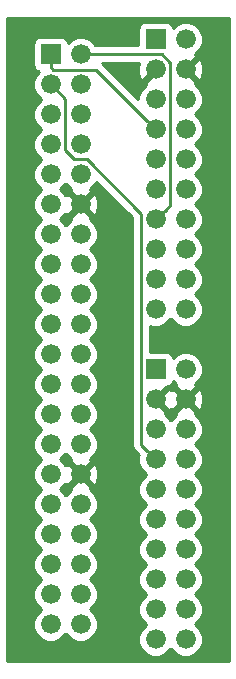
<source format=gtl>
G04 #@! TF.FileFunction,Copper,L1,Top,Signal*
%FSLAX46Y46*%
G04 Gerber Fmt 4.6, Leading zero omitted, Abs format (unit mm)*
G04 Created by KiCad (PCBNEW (2014-11-30 BZR 5308)-product) date Fr 12 Dez 2014 00:24:21 CET*
%MOMM*%
G01*
G04 APERTURE LIST*
%ADD10C,0.100000*%
%ADD11C,1.676400*%
%ADD12R,1.676400X1.676400*%
%ADD13C,0.254000*%
G04 APERTURE END LIST*
D10*
D11*
X107950000Y-128270000D03*
X110490000Y-128270000D03*
X110490000Y-125730000D03*
X107950000Y-125730000D03*
X107950000Y-123190000D03*
X110490000Y-123190000D03*
X110490000Y-120650000D03*
X107950000Y-120650000D03*
X107950000Y-118110000D03*
X110490000Y-118110000D03*
X110490000Y-115570000D03*
X107950000Y-115570000D03*
X107950000Y-113030000D03*
X110490000Y-113030000D03*
X110490000Y-110490000D03*
X107950000Y-110490000D03*
X107950000Y-107950000D03*
X110490000Y-107950000D03*
X110490000Y-105410000D03*
X107950000Y-105410000D03*
X107950000Y-102870000D03*
X110490000Y-102870000D03*
X110490000Y-100330000D03*
X107950000Y-100330000D03*
X107950000Y-97790000D03*
X110490000Y-97790000D03*
X110490000Y-95250000D03*
X107950000Y-95250000D03*
X107950000Y-92710000D03*
X110490000Y-92710000D03*
X110490000Y-90170000D03*
X107950000Y-90170000D03*
X107950000Y-87630000D03*
X110490000Y-87630000D03*
X110490000Y-85090000D03*
X107950000Y-85090000D03*
X107950000Y-82550000D03*
X110490000Y-82550000D03*
X110490000Y-80010000D03*
D12*
X107950000Y-80010000D03*
D11*
X116840000Y-101600000D03*
X119380000Y-101600000D03*
X119380000Y-99060000D03*
X116840000Y-99060000D03*
X116840000Y-96520000D03*
X119380000Y-96520000D03*
X119380000Y-93980000D03*
X116840000Y-93980000D03*
X116840000Y-91440000D03*
X119380000Y-91440000D03*
X119380000Y-88900000D03*
X116840000Y-88900000D03*
X116840000Y-86360000D03*
X119380000Y-86360000D03*
X119380000Y-83820000D03*
X116840000Y-83820000D03*
X116840000Y-81280000D03*
X119380000Y-81280000D03*
X119380000Y-78740000D03*
D12*
X116840000Y-78740000D03*
D11*
X116840000Y-129540000D03*
X119380000Y-129540000D03*
X119380000Y-127000000D03*
X116840000Y-127000000D03*
X116840000Y-124460000D03*
X119380000Y-124460000D03*
X119380000Y-121920000D03*
X116840000Y-121920000D03*
X116840000Y-119380000D03*
X119380000Y-119380000D03*
X119380000Y-116840000D03*
X116840000Y-116840000D03*
X116840000Y-114300000D03*
X119380000Y-114300000D03*
X119380000Y-111760000D03*
X116840000Y-111760000D03*
X116840000Y-109220000D03*
X119380000Y-109220000D03*
X119380000Y-106680000D03*
D12*
X116840000Y-106680000D03*
D13*
X117678199Y-93141801D02*
X116840000Y-93980000D01*
X118059201Y-92760799D02*
X117678199Y-93141801D01*
X117374418Y-80010000D02*
X118059201Y-80694783D01*
X118059201Y-80694783D02*
X118059201Y-92760799D01*
X110490000Y-80010000D02*
X117374418Y-80010000D01*
X116001801Y-85521801D02*
X116840000Y-86360000D01*
X111810799Y-81330799D02*
X116001801Y-85521801D01*
X108178599Y-81330799D02*
X111810799Y-81330799D01*
X107950000Y-81102200D02*
X108178599Y-81330799D01*
X107950000Y-80010000D02*
X107950000Y-81102200D01*
X116001801Y-113461801D02*
X116840000Y-114300000D01*
X115620799Y-113080799D02*
X116001801Y-113461801D01*
X111024418Y-88900000D02*
X115620799Y-93496381D01*
X115620799Y-93496381D02*
X115620799Y-113080799D01*
X109955582Y-88900000D02*
X111024418Y-88900000D01*
X109169201Y-83769201D02*
X109169201Y-88113619D01*
X109169201Y-88113619D02*
X109955582Y-88900000D01*
X107950000Y-82550000D02*
X109169201Y-83769201D01*
G36*
X117033747Y-81294142D02*
X116854142Y-81473747D01*
X116840000Y-81459605D01*
X115984192Y-82315413D01*
X116057870Y-82549163D01*
X116006589Y-82570353D01*
X115591810Y-82984409D01*
X115367056Y-83525677D01*
X115366808Y-83809178D01*
X112349614Y-80791984D01*
X112319705Y-80772000D01*
X115457140Y-80772000D01*
X115355023Y-81054097D01*
X115381611Y-81639569D01*
X115554510Y-82056983D01*
X115804587Y-82135808D01*
X116660395Y-81280000D01*
X116646252Y-81265857D01*
X116825857Y-81086252D01*
X116840000Y-81100395D01*
X116854142Y-81086252D01*
X117033747Y-81265857D01*
X117019605Y-81280000D01*
X117033747Y-81294142D01*
X117033747Y-81294142D01*
G37*
X117033747Y-81294142D02*
X116854142Y-81473747D01*
X116840000Y-81459605D01*
X115984192Y-82315413D01*
X116057870Y-82549163D01*
X116006589Y-82570353D01*
X115591810Y-82984409D01*
X115367056Y-83525677D01*
X115366808Y-83809178D01*
X112349614Y-80791984D01*
X112319705Y-80772000D01*
X115457140Y-80772000D01*
X115355023Y-81054097D01*
X115381611Y-81639569D01*
X115554510Y-82056983D01*
X115804587Y-82135808D01*
X116660395Y-81280000D01*
X116646252Y-81265857D01*
X116825857Y-81086252D01*
X116840000Y-81100395D01*
X116854142Y-81086252D01*
X117033747Y-81265857D01*
X117019605Y-81280000D01*
X117033747Y-81294142D01*
G36*
X123063000Y-131395000D02*
X120864977Y-131395000D01*
X120864977Y-109445903D01*
X120864977Y-81505903D01*
X120838389Y-80920431D01*
X120665490Y-80503017D01*
X120415413Y-80424192D01*
X119559605Y-81280000D01*
X120415413Y-82135808D01*
X120665490Y-82056983D01*
X120864977Y-81505903D01*
X120864977Y-109445903D01*
X120838389Y-108860431D01*
X120665490Y-108443017D01*
X120415413Y-108364192D01*
X119559605Y-109220000D01*
X120415413Y-110075808D01*
X120665490Y-109996983D01*
X120864977Y-109445903D01*
X120864977Y-131395000D01*
X120853455Y-131395000D01*
X120853455Y-129248248D01*
X120629647Y-128706589D01*
X120215591Y-128291810D01*
X120163608Y-128270224D01*
X120213411Y-128249647D01*
X120628190Y-127835591D01*
X120852944Y-127294323D01*
X120853455Y-126708248D01*
X120629647Y-126166589D01*
X120215591Y-125751810D01*
X120163608Y-125730224D01*
X120213411Y-125709647D01*
X120628190Y-125295591D01*
X120852944Y-124754323D01*
X120853455Y-124168248D01*
X120629647Y-123626589D01*
X120215591Y-123211810D01*
X120163608Y-123190224D01*
X120213411Y-123169647D01*
X120628190Y-122755591D01*
X120852944Y-122214323D01*
X120853455Y-121628248D01*
X120629647Y-121086589D01*
X120215591Y-120671810D01*
X120163608Y-120650224D01*
X120213411Y-120629647D01*
X120628190Y-120215591D01*
X120852944Y-119674323D01*
X120853455Y-119088248D01*
X120629647Y-118546589D01*
X120215591Y-118131810D01*
X120163608Y-118110224D01*
X120213411Y-118089647D01*
X120628190Y-117675591D01*
X120852944Y-117134323D01*
X120853455Y-116548248D01*
X120629647Y-116006589D01*
X120215591Y-115591810D01*
X120163608Y-115570224D01*
X120213411Y-115549647D01*
X120628190Y-115135591D01*
X120852944Y-114594323D01*
X120853455Y-114008248D01*
X120629647Y-113466589D01*
X120215591Y-113051810D01*
X120163608Y-113030224D01*
X120213411Y-113009647D01*
X120628190Y-112595591D01*
X120852944Y-112054323D01*
X120853455Y-111468248D01*
X120629647Y-110926589D01*
X120215591Y-110511810D01*
X120162004Y-110489558D01*
X120235808Y-110255413D01*
X119380000Y-109399605D01*
X119200395Y-109579210D01*
X119200395Y-109220000D01*
X118344587Y-108364192D01*
X118110000Y-108438134D01*
X117875413Y-108364192D01*
X117019605Y-109220000D01*
X117875413Y-110075808D01*
X118110000Y-110001865D01*
X118344587Y-110075808D01*
X119200395Y-109220000D01*
X119200395Y-109579210D01*
X118524192Y-110255413D01*
X118597870Y-110489163D01*
X118546589Y-110510353D01*
X118131810Y-110924409D01*
X118110224Y-110976391D01*
X118089647Y-110926589D01*
X117675591Y-110511810D01*
X117622004Y-110489558D01*
X117695808Y-110255413D01*
X116840000Y-109399605D01*
X116825857Y-109413747D01*
X116646252Y-109234142D01*
X116660395Y-109220000D01*
X116646252Y-109205857D01*
X116825857Y-109026252D01*
X116840000Y-109040395D01*
X117695808Y-108184587D01*
X117689165Y-108163512D01*
X117920323Y-108118663D01*
X118133127Y-107978873D01*
X118275577Y-107767840D01*
X118293771Y-107677114D01*
X118544409Y-107928190D01*
X118597995Y-107950441D01*
X118524192Y-108184587D01*
X119380000Y-109040395D01*
X120235808Y-108184587D01*
X120162129Y-107950836D01*
X120213411Y-107929647D01*
X120628190Y-107515591D01*
X120852944Y-106974323D01*
X120853455Y-106388248D01*
X120629647Y-105846589D01*
X120215591Y-105431810D01*
X119674323Y-105207056D01*
X119088248Y-105206545D01*
X118546589Y-105430353D01*
X118294613Y-105681888D01*
X118278663Y-105599677D01*
X118138873Y-105386873D01*
X117927840Y-105244423D01*
X117678200Y-105194360D01*
X116382799Y-105194360D01*
X116382799Y-103005311D01*
X116545677Y-103072944D01*
X117131752Y-103073455D01*
X117673411Y-102849647D01*
X118088190Y-102435591D01*
X118109775Y-102383608D01*
X118130353Y-102433411D01*
X118544409Y-102848190D01*
X119085677Y-103072944D01*
X119671752Y-103073455D01*
X120213411Y-102849647D01*
X120628190Y-102435591D01*
X120852944Y-101894323D01*
X120853455Y-101308248D01*
X120629647Y-100766589D01*
X120215591Y-100351810D01*
X120163608Y-100330224D01*
X120213411Y-100309647D01*
X120628190Y-99895591D01*
X120852944Y-99354323D01*
X120853455Y-98768248D01*
X120629647Y-98226589D01*
X120215591Y-97811810D01*
X120163608Y-97790224D01*
X120213411Y-97769647D01*
X120628190Y-97355591D01*
X120852944Y-96814323D01*
X120853455Y-96228248D01*
X120629647Y-95686589D01*
X120215591Y-95271810D01*
X120163608Y-95250224D01*
X120213411Y-95229647D01*
X120628190Y-94815591D01*
X120852944Y-94274323D01*
X120853455Y-93688248D01*
X120629647Y-93146589D01*
X120215591Y-92731810D01*
X120163608Y-92710224D01*
X120213411Y-92689647D01*
X120628190Y-92275591D01*
X120852944Y-91734323D01*
X120853455Y-91148248D01*
X120629647Y-90606589D01*
X120215591Y-90191810D01*
X120163608Y-90170224D01*
X120213411Y-90149647D01*
X120628190Y-89735591D01*
X120852944Y-89194323D01*
X120853455Y-88608248D01*
X120629647Y-88066589D01*
X120215591Y-87651810D01*
X120163608Y-87630224D01*
X120213411Y-87609647D01*
X120628190Y-87195591D01*
X120852944Y-86654323D01*
X120853455Y-86068248D01*
X120629647Y-85526589D01*
X120215591Y-85111810D01*
X120163608Y-85090224D01*
X120213411Y-85069647D01*
X120628190Y-84655591D01*
X120852944Y-84114323D01*
X120853455Y-83528248D01*
X120629647Y-82986589D01*
X120215591Y-82571810D01*
X120162004Y-82549558D01*
X120235808Y-82315413D01*
X119380000Y-81459605D01*
X119365857Y-81473747D01*
X119186252Y-81294142D01*
X119200395Y-81280000D01*
X119186252Y-81265857D01*
X119365857Y-81086252D01*
X119380000Y-81100395D01*
X120235808Y-80244587D01*
X120162129Y-80010836D01*
X120213411Y-79989647D01*
X120628190Y-79575591D01*
X120852944Y-79034323D01*
X120853455Y-78448248D01*
X120629647Y-77906589D01*
X120215591Y-77491810D01*
X119674323Y-77267056D01*
X119088248Y-77266545D01*
X118546589Y-77490353D01*
X118294613Y-77741888D01*
X118278663Y-77659677D01*
X118138873Y-77446873D01*
X117927840Y-77304423D01*
X117678200Y-77254360D01*
X116001800Y-77254360D01*
X115759677Y-77301337D01*
X115546873Y-77441127D01*
X115404423Y-77652160D01*
X115354360Y-77901800D01*
X115354360Y-79248000D01*
X111769153Y-79248000D01*
X111739647Y-79176589D01*
X111325591Y-78761810D01*
X110784323Y-78537056D01*
X110198248Y-78536545D01*
X109656589Y-78760353D01*
X109404613Y-79011888D01*
X109388663Y-78929677D01*
X109248873Y-78716873D01*
X109037840Y-78574423D01*
X108788200Y-78524360D01*
X107111800Y-78524360D01*
X106869677Y-78571337D01*
X106656873Y-78711127D01*
X106514423Y-78922160D01*
X106464360Y-79171800D01*
X106464360Y-80848200D01*
X106511337Y-81090323D01*
X106651127Y-81303127D01*
X106862160Y-81445577D01*
X106952885Y-81463771D01*
X106701810Y-81714409D01*
X106477056Y-82255677D01*
X106476545Y-82841752D01*
X106700353Y-83383411D01*
X107114409Y-83798190D01*
X107166391Y-83819775D01*
X107116589Y-83840353D01*
X106701810Y-84254409D01*
X106477056Y-84795677D01*
X106476545Y-85381752D01*
X106700353Y-85923411D01*
X107114409Y-86338190D01*
X107166391Y-86359775D01*
X107116589Y-86380353D01*
X106701810Y-86794409D01*
X106477056Y-87335677D01*
X106476545Y-87921752D01*
X106700353Y-88463411D01*
X107114409Y-88878190D01*
X107166391Y-88899775D01*
X107116589Y-88920353D01*
X106701810Y-89334409D01*
X106477056Y-89875677D01*
X106476545Y-90461752D01*
X106700353Y-91003411D01*
X107114409Y-91418190D01*
X107166391Y-91439775D01*
X107116589Y-91460353D01*
X106701810Y-91874409D01*
X106477056Y-92415677D01*
X106476545Y-93001752D01*
X106700353Y-93543411D01*
X107114409Y-93958190D01*
X107166391Y-93979775D01*
X107116589Y-94000353D01*
X106701810Y-94414409D01*
X106477056Y-94955677D01*
X106476545Y-95541752D01*
X106700353Y-96083411D01*
X107114409Y-96498190D01*
X107166391Y-96519775D01*
X107116589Y-96540353D01*
X106701810Y-96954409D01*
X106477056Y-97495677D01*
X106476545Y-98081752D01*
X106700353Y-98623411D01*
X107114409Y-99038190D01*
X107166391Y-99059775D01*
X107116589Y-99080353D01*
X106701810Y-99494409D01*
X106477056Y-100035677D01*
X106476545Y-100621752D01*
X106700353Y-101163411D01*
X107114409Y-101578190D01*
X107166391Y-101599775D01*
X107116589Y-101620353D01*
X106701810Y-102034409D01*
X106477056Y-102575677D01*
X106476545Y-103161752D01*
X106700353Y-103703411D01*
X107114409Y-104118190D01*
X107166391Y-104139775D01*
X107116589Y-104160353D01*
X106701810Y-104574409D01*
X106477056Y-105115677D01*
X106476545Y-105701752D01*
X106700353Y-106243411D01*
X107114409Y-106658190D01*
X107166391Y-106679775D01*
X107116589Y-106700353D01*
X106701810Y-107114409D01*
X106477056Y-107655677D01*
X106476545Y-108241752D01*
X106700353Y-108783411D01*
X107114409Y-109198190D01*
X107166391Y-109219775D01*
X107116589Y-109240353D01*
X106701810Y-109654409D01*
X106477056Y-110195677D01*
X106476545Y-110781752D01*
X106700353Y-111323411D01*
X107114409Y-111738190D01*
X107166391Y-111759775D01*
X107116589Y-111780353D01*
X106701810Y-112194409D01*
X106477056Y-112735677D01*
X106476545Y-113321752D01*
X106700353Y-113863411D01*
X107114409Y-114278190D01*
X107166391Y-114299775D01*
X107116589Y-114320353D01*
X106701810Y-114734409D01*
X106477056Y-115275677D01*
X106476545Y-115861752D01*
X106700353Y-116403411D01*
X107114409Y-116818190D01*
X107166391Y-116839775D01*
X107116589Y-116860353D01*
X106701810Y-117274409D01*
X106477056Y-117815677D01*
X106476545Y-118401752D01*
X106700353Y-118943411D01*
X107114409Y-119358190D01*
X107166391Y-119379775D01*
X107116589Y-119400353D01*
X106701810Y-119814409D01*
X106477056Y-120355677D01*
X106476545Y-120941752D01*
X106700353Y-121483411D01*
X107114409Y-121898190D01*
X107166391Y-121919775D01*
X107116589Y-121940353D01*
X106701810Y-122354409D01*
X106477056Y-122895677D01*
X106476545Y-123481752D01*
X106700353Y-124023411D01*
X107114409Y-124438190D01*
X107166391Y-124459775D01*
X107116589Y-124480353D01*
X106701810Y-124894409D01*
X106477056Y-125435677D01*
X106476545Y-126021752D01*
X106700353Y-126563411D01*
X107114409Y-126978190D01*
X107166391Y-126999775D01*
X107116589Y-127020353D01*
X106701810Y-127434409D01*
X106477056Y-127975677D01*
X106476545Y-128561752D01*
X106700353Y-129103411D01*
X107114409Y-129518190D01*
X107655677Y-129742944D01*
X108241752Y-129743455D01*
X108783411Y-129519647D01*
X109198190Y-129105591D01*
X109219775Y-129053608D01*
X109240353Y-129103411D01*
X109654409Y-129518190D01*
X110195677Y-129742944D01*
X110781752Y-129743455D01*
X111323411Y-129519647D01*
X111738190Y-129105591D01*
X111962944Y-128564323D01*
X111963455Y-127978248D01*
X111739647Y-127436589D01*
X111325591Y-127021810D01*
X111273608Y-127000224D01*
X111323411Y-126979647D01*
X111738190Y-126565591D01*
X111962944Y-126024323D01*
X111963455Y-125438248D01*
X111739647Y-124896589D01*
X111325591Y-124481810D01*
X111273608Y-124460224D01*
X111323411Y-124439647D01*
X111738190Y-124025591D01*
X111962944Y-123484323D01*
X111963455Y-122898248D01*
X111739647Y-122356589D01*
X111325591Y-121941810D01*
X111273608Y-121920224D01*
X111323411Y-121899647D01*
X111738190Y-121485591D01*
X111962944Y-120944323D01*
X111963455Y-120358248D01*
X111739647Y-119816589D01*
X111325591Y-119401810D01*
X111273608Y-119380224D01*
X111323411Y-119359647D01*
X111738190Y-118945591D01*
X111962944Y-118404323D01*
X111963455Y-117818248D01*
X111739647Y-117276589D01*
X111325591Y-116861810D01*
X111272004Y-116839558D01*
X111345808Y-116605413D01*
X110490000Y-115749605D01*
X109634192Y-116605413D01*
X109707870Y-116839163D01*
X109656589Y-116860353D01*
X109241810Y-117274409D01*
X109220224Y-117326391D01*
X109199647Y-117276589D01*
X108785591Y-116861810D01*
X108733608Y-116840224D01*
X108783411Y-116819647D01*
X109198190Y-116405591D01*
X109220441Y-116352004D01*
X109454587Y-116425808D01*
X110310395Y-115570000D01*
X109454587Y-114714192D01*
X109220836Y-114787870D01*
X109199647Y-114736589D01*
X108785591Y-114321810D01*
X108733608Y-114300224D01*
X108783411Y-114279647D01*
X109198190Y-113865591D01*
X109219775Y-113813608D01*
X109240353Y-113863411D01*
X109654409Y-114278190D01*
X109707995Y-114300441D01*
X109634192Y-114534587D01*
X110490000Y-115390395D01*
X111345808Y-114534587D01*
X111272129Y-114300836D01*
X111323411Y-114279647D01*
X111738190Y-113865591D01*
X111962944Y-113324323D01*
X111963455Y-112738248D01*
X111739647Y-112196589D01*
X111325591Y-111781810D01*
X111273608Y-111760224D01*
X111323411Y-111739647D01*
X111738190Y-111325591D01*
X111962944Y-110784323D01*
X111963455Y-110198248D01*
X111739647Y-109656589D01*
X111325591Y-109241810D01*
X111273608Y-109220224D01*
X111323411Y-109199647D01*
X111738190Y-108785591D01*
X111962944Y-108244323D01*
X111963455Y-107658248D01*
X111739647Y-107116589D01*
X111325591Y-106701810D01*
X111273608Y-106680224D01*
X111323411Y-106659647D01*
X111738190Y-106245591D01*
X111962944Y-105704323D01*
X111963455Y-105118248D01*
X111739647Y-104576589D01*
X111325591Y-104161810D01*
X111273608Y-104140224D01*
X111323411Y-104119647D01*
X111738190Y-103705591D01*
X111962944Y-103164323D01*
X111963455Y-102578248D01*
X111739647Y-102036589D01*
X111325591Y-101621810D01*
X111273608Y-101600224D01*
X111323411Y-101579647D01*
X111738190Y-101165591D01*
X111962944Y-100624323D01*
X111963455Y-100038248D01*
X111739647Y-99496589D01*
X111325591Y-99081810D01*
X111273608Y-99060224D01*
X111323411Y-99039647D01*
X111738190Y-98625591D01*
X111962944Y-98084323D01*
X111963455Y-97498248D01*
X111739647Y-96956589D01*
X111325591Y-96541810D01*
X111273608Y-96520224D01*
X111323411Y-96499647D01*
X111738190Y-96085591D01*
X111962944Y-95544323D01*
X111963455Y-94958248D01*
X111739647Y-94416589D01*
X111325591Y-94001810D01*
X111272004Y-93979558D01*
X111345808Y-93745413D01*
X110490000Y-92889605D01*
X109634192Y-93745413D01*
X109707870Y-93979163D01*
X109656589Y-94000353D01*
X109241810Y-94414409D01*
X109220224Y-94466391D01*
X109199647Y-94416589D01*
X108785591Y-94001810D01*
X108733608Y-93980224D01*
X108783411Y-93959647D01*
X109198190Y-93545591D01*
X109220441Y-93492004D01*
X109454587Y-93565808D01*
X110310395Y-92710000D01*
X109454587Y-91854192D01*
X109220836Y-91927870D01*
X109199647Y-91876589D01*
X108785591Y-91461810D01*
X108733608Y-91440224D01*
X108783411Y-91419647D01*
X109198190Y-91005591D01*
X109219775Y-90953608D01*
X109240353Y-91003411D01*
X109654409Y-91418190D01*
X109707995Y-91440441D01*
X109634192Y-91674587D01*
X110490000Y-92530395D01*
X111345808Y-91674587D01*
X111272129Y-91440836D01*
X111323411Y-91419647D01*
X111738190Y-91005591D01*
X111830374Y-90783586D01*
X114858799Y-93812011D01*
X114858799Y-113080799D01*
X114916803Y-113372404D01*
X115081984Y-113619614D01*
X115396686Y-113934317D01*
X115367056Y-114005677D01*
X115366545Y-114591752D01*
X115590353Y-115133411D01*
X116004409Y-115548190D01*
X116056391Y-115569775D01*
X116006589Y-115590353D01*
X115591810Y-116004409D01*
X115367056Y-116545677D01*
X115366545Y-117131752D01*
X115590353Y-117673411D01*
X116004409Y-118088190D01*
X116056391Y-118109775D01*
X116006589Y-118130353D01*
X115591810Y-118544409D01*
X115367056Y-119085677D01*
X115366545Y-119671752D01*
X115590353Y-120213411D01*
X116004409Y-120628190D01*
X116056391Y-120649775D01*
X116006589Y-120670353D01*
X115591810Y-121084409D01*
X115367056Y-121625677D01*
X115366545Y-122211752D01*
X115590353Y-122753411D01*
X116004409Y-123168190D01*
X116056391Y-123189775D01*
X116006589Y-123210353D01*
X115591810Y-123624409D01*
X115367056Y-124165677D01*
X115366545Y-124751752D01*
X115590353Y-125293411D01*
X116004409Y-125708190D01*
X116056391Y-125729775D01*
X116006589Y-125750353D01*
X115591810Y-126164409D01*
X115367056Y-126705677D01*
X115366545Y-127291752D01*
X115590353Y-127833411D01*
X116004409Y-128248190D01*
X116056391Y-128269775D01*
X116006589Y-128290353D01*
X115591810Y-128704409D01*
X115367056Y-129245677D01*
X115366545Y-129831752D01*
X115590353Y-130373411D01*
X116004409Y-130788190D01*
X116545677Y-131012944D01*
X117131752Y-131013455D01*
X117673411Y-130789647D01*
X118088190Y-130375591D01*
X118109775Y-130323608D01*
X118130353Y-130373411D01*
X118544409Y-130788190D01*
X119085677Y-131012944D01*
X119671752Y-131013455D01*
X120213411Y-130789647D01*
X120628190Y-130375591D01*
X120852944Y-129834323D01*
X120853455Y-129248248D01*
X120853455Y-131395000D01*
X111974977Y-131395000D01*
X111974977Y-115795903D01*
X111974977Y-92935903D01*
X111948389Y-92350431D01*
X111775490Y-91933017D01*
X111525413Y-91854192D01*
X110669605Y-92710000D01*
X111525413Y-93565808D01*
X111775490Y-93486983D01*
X111974977Y-92935903D01*
X111974977Y-115795903D01*
X111948389Y-115210431D01*
X111775490Y-114793017D01*
X111525413Y-114714192D01*
X110669605Y-115570000D01*
X111525413Y-116425808D01*
X111775490Y-116346983D01*
X111974977Y-115795903D01*
X111974977Y-131395000D01*
X104267000Y-131395000D01*
X104267000Y-76885000D01*
X123063000Y-76885000D01*
X123063000Y-131395000D01*
X123063000Y-131395000D01*
G37*
X123063000Y-131395000D02*
X120864977Y-131395000D01*
X120864977Y-109445903D01*
X120864977Y-81505903D01*
X120838389Y-80920431D01*
X120665490Y-80503017D01*
X120415413Y-80424192D01*
X119559605Y-81280000D01*
X120415413Y-82135808D01*
X120665490Y-82056983D01*
X120864977Y-81505903D01*
X120864977Y-109445903D01*
X120838389Y-108860431D01*
X120665490Y-108443017D01*
X120415413Y-108364192D01*
X119559605Y-109220000D01*
X120415413Y-110075808D01*
X120665490Y-109996983D01*
X120864977Y-109445903D01*
X120864977Y-131395000D01*
X120853455Y-131395000D01*
X120853455Y-129248248D01*
X120629647Y-128706589D01*
X120215591Y-128291810D01*
X120163608Y-128270224D01*
X120213411Y-128249647D01*
X120628190Y-127835591D01*
X120852944Y-127294323D01*
X120853455Y-126708248D01*
X120629647Y-126166589D01*
X120215591Y-125751810D01*
X120163608Y-125730224D01*
X120213411Y-125709647D01*
X120628190Y-125295591D01*
X120852944Y-124754323D01*
X120853455Y-124168248D01*
X120629647Y-123626589D01*
X120215591Y-123211810D01*
X120163608Y-123190224D01*
X120213411Y-123169647D01*
X120628190Y-122755591D01*
X120852944Y-122214323D01*
X120853455Y-121628248D01*
X120629647Y-121086589D01*
X120215591Y-120671810D01*
X120163608Y-120650224D01*
X120213411Y-120629647D01*
X120628190Y-120215591D01*
X120852944Y-119674323D01*
X120853455Y-119088248D01*
X120629647Y-118546589D01*
X120215591Y-118131810D01*
X120163608Y-118110224D01*
X120213411Y-118089647D01*
X120628190Y-117675591D01*
X120852944Y-117134323D01*
X120853455Y-116548248D01*
X120629647Y-116006589D01*
X120215591Y-115591810D01*
X120163608Y-115570224D01*
X120213411Y-115549647D01*
X120628190Y-115135591D01*
X120852944Y-114594323D01*
X120853455Y-114008248D01*
X120629647Y-113466589D01*
X120215591Y-113051810D01*
X120163608Y-113030224D01*
X120213411Y-113009647D01*
X120628190Y-112595591D01*
X120852944Y-112054323D01*
X120853455Y-111468248D01*
X120629647Y-110926589D01*
X120215591Y-110511810D01*
X120162004Y-110489558D01*
X120235808Y-110255413D01*
X119380000Y-109399605D01*
X119200395Y-109579210D01*
X119200395Y-109220000D01*
X118344587Y-108364192D01*
X118110000Y-108438134D01*
X117875413Y-108364192D01*
X117019605Y-109220000D01*
X117875413Y-110075808D01*
X118110000Y-110001865D01*
X118344587Y-110075808D01*
X119200395Y-109220000D01*
X119200395Y-109579210D01*
X118524192Y-110255413D01*
X118597870Y-110489163D01*
X118546589Y-110510353D01*
X118131810Y-110924409D01*
X118110224Y-110976391D01*
X118089647Y-110926589D01*
X117675591Y-110511810D01*
X117622004Y-110489558D01*
X117695808Y-110255413D01*
X116840000Y-109399605D01*
X116825857Y-109413747D01*
X116646252Y-109234142D01*
X116660395Y-109220000D01*
X116646252Y-109205857D01*
X116825857Y-109026252D01*
X116840000Y-109040395D01*
X117695808Y-108184587D01*
X117689165Y-108163512D01*
X117920323Y-108118663D01*
X118133127Y-107978873D01*
X118275577Y-107767840D01*
X118293771Y-107677114D01*
X118544409Y-107928190D01*
X118597995Y-107950441D01*
X118524192Y-108184587D01*
X119380000Y-109040395D01*
X120235808Y-108184587D01*
X120162129Y-107950836D01*
X120213411Y-107929647D01*
X120628190Y-107515591D01*
X120852944Y-106974323D01*
X120853455Y-106388248D01*
X120629647Y-105846589D01*
X120215591Y-105431810D01*
X119674323Y-105207056D01*
X119088248Y-105206545D01*
X118546589Y-105430353D01*
X118294613Y-105681888D01*
X118278663Y-105599677D01*
X118138873Y-105386873D01*
X117927840Y-105244423D01*
X117678200Y-105194360D01*
X116382799Y-105194360D01*
X116382799Y-103005311D01*
X116545677Y-103072944D01*
X117131752Y-103073455D01*
X117673411Y-102849647D01*
X118088190Y-102435591D01*
X118109775Y-102383608D01*
X118130353Y-102433411D01*
X118544409Y-102848190D01*
X119085677Y-103072944D01*
X119671752Y-103073455D01*
X120213411Y-102849647D01*
X120628190Y-102435591D01*
X120852944Y-101894323D01*
X120853455Y-101308248D01*
X120629647Y-100766589D01*
X120215591Y-100351810D01*
X120163608Y-100330224D01*
X120213411Y-100309647D01*
X120628190Y-99895591D01*
X120852944Y-99354323D01*
X120853455Y-98768248D01*
X120629647Y-98226589D01*
X120215591Y-97811810D01*
X120163608Y-97790224D01*
X120213411Y-97769647D01*
X120628190Y-97355591D01*
X120852944Y-96814323D01*
X120853455Y-96228248D01*
X120629647Y-95686589D01*
X120215591Y-95271810D01*
X120163608Y-95250224D01*
X120213411Y-95229647D01*
X120628190Y-94815591D01*
X120852944Y-94274323D01*
X120853455Y-93688248D01*
X120629647Y-93146589D01*
X120215591Y-92731810D01*
X120163608Y-92710224D01*
X120213411Y-92689647D01*
X120628190Y-92275591D01*
X120852944Y-91734323D01*
X120853455Y-91148248D01*
X120629647Y-90606589D01*
X120215591Y-90191810D01*
X120163608Y-90170224D01*
X120213411Y-90149647D01*
X120628190Y-89735591D01*
X120852944Y-89194323D01*
X120853455Y-88608248D01*
X120629647Y-88066589D01*
X120215591Y-87651810D01*
X120163608Y-87630224D01*
X120213411Y-87609647D01*
X120628190Y-87195591D01*
X120852944Y-86654323D01*
X120853455Y-86068248D01*
X120629647Y-85526589D01*
X120215591Y-85111810D01*
X120163608Y-85090224D01*
X120213411Y-85069647D01*
X120628190Y-84655591D01*
X120852944Y-84114323D01*
X120853455Y-83528248D01*
X120629647Y-82986589D01*
X120215591Y-82571810D01*
X120162004Y-82549558D01*
X120235808Y-82315413D01*
X119380000Y-81459605D01*
X119365857Y-81473747D01*
X119186252Y-81294142D01*
X119200395Y-81280000D01*
X119186252Y-81265857D01*
X119365857Y-81086252D01*
X119380000Y-81100395D01*
X120235808Y-80244587D01*
X120162129Y-80010836D01*
X120213411Y-79989647D01*
X120628190Y-79575591D01*
X120852944Y-79034323D01*
X120853455Y-78448248D01*
X120629647Y-77906589D01*
X120215591Y-77491810D01*
X119674323Y-77267056D01*
X119088248Y-77266545D01*
X118546589Y-77490353D01*
X118294613Y-77741888D01*
X118278663Y-77659677D01*
X118138873Y-77446873D01*
X117927840Y-77304423D01*
X117678200Y-77254360D01*
X116001800Y-77254360D01*
X115759677Y-77301337D01*
X115546873Y-77441127D01*
X115404423Y-77652160D01*
X115354360Y-77901800D01*
X115354360Y-79248000D01*
X111769153Y-79248000D01*
X111739647Y-79176589D01*
X111325591Y-78761810D01*
X110784323Y-78537056D01*
X110198248Y-78536545D01*
X109656589Y-78760353D01*
X109404613Y-79011888D01*
X109388663Y-78929677D01*
X109248873Y-78716873D01*
X109037840Y-78574423D01*
X108788200Y-78524360D01*
X107111800Y-78524360D01*
X106869677Y-78571337D01*
X106656873Y-78711127D01*
X106514423Y-78922160D01*
X106464360Y-79171800D01*
X106464360Y-80848200D01*
X106511337Y-81090323D01*
X106651127Y-81303127D01*
X106862160Y-81445577D01*
X106952885Y-81463771D01*
X106701810Y-81714409D01*
X106477056Y-82255677D01*
X106476545Y-82841752D01*
X106700353Y-83383411D01*
X107114409Y-83798190D01*
X107166391Y-83819775D01*
X107116589Y-83840353D01*
X106701810Y-84254409D01*
X106477056Y-84795677D01*
X106476545Y-85381752D01*
X106700353Y-85923411D01*
X107114409Y-86338190D01*
X107166391Y-86359775D01*
X107116589Y-86380353D01*
X106701810Y-86794409D01*
X106477056Y-87335677D01*
X106476545Y-87921752D01*
X106700353Y-88463411D01*
X107114409Y-88878190D01*
X107166391Y-88899775D01*
X107116589Y-88920353D01*
X106701810Y-89334409D01*
X106477056Y-89875677D01*
X106476545Y-90461752D01*
X106700353Y-91003411D01*
X107114409Y-91418190D01*
X107166391Y-91439775D01*
X107116589Y-91460353D01*
X106701810Y-91874409D01*
X106477056Y-92415677D01*
X106476545Y-93001752D01*
X106700353Y-93543411D01*
X107114409Y-93958190D01*
X107166391Y-93979775D01*
X107116589Y-94000353D01*
X106701810Y-94414409D01*
X106477056Y-94955677D01*
X106476545Y-95541752D01*
X106700353Y-96083411D01*
X107114409Y-96498190D01*
X107166391Y-96519775D01*
X107116589Y-96540353D01*
X106701810Y-96954409D01*
X106477056Y-97495677D01*
X106476545Y-98081752D01*
X106700353Y-98623411D01*
X107114409Y-99038190D01*
X107166391Y-99059775D01*
X107116589Y-99080353D01*
X106701810Y-99494409D01*
X106477056Y-100035677D01*
X106476545Y-100621752D01*
X106700353Y-101163411D01*
X107114409Y-101578190D01*
X107166391Y-101599775D01*
X107116589Y-101620353D01*
X106701810Y-102034409D01*
X106477056Y-102575677D01*
X106476545Y-103161752D01*
X106700353Y-103703411D01*
X107114409Y-104118190D01*
X107166391Y-104139775D01*
X107116589Y-104160353D01*
X106701810Y-104574409D01*
X106477056Y-105115677D01*
X106476545Y-105701752D01*
X106700353Y-106243411D01*
X107114409Y-106658190D01*
X107166391Y-106679775D01*
X107116589Y-106700353D01*
X106701810Y-107114409D01*
X106477056Y-107655677D01*
X106476545Y-108241752D01*
X106700353Y-108783411D01*
X107114409Y-109198190D01*
X107166391Y-109219775D01*
X107116589Y-109240353D01*
X106701810Y-109654409D01*
X106477056Y-110195677D01*
X106476545Y-110781752D01*
X106700353Y-111323411D01*
X107114409Y-111738190D01*
X107166391Y-111759775D01*
X107116589Y-111780353D01*
X106701810Y-112194409D01*
X106477056Y-112735677D01*
X106476545Y-113321752D01*
X106700353Y-113863411D01*
X107114409Y-114278190D01*
X107166391Y-114299775D01*
X107116589Y-114320353D01*
X106701810Y-114734409D01*
X106477056Y-115275677D01*
X106476545Y-115861752D01*
X106700353Y-116403411D01*
X107114409Y-116818190D01*
X107166391Y-116839775D01*
X107116589Y-116860353D01*
X106701810Y-117274409D01*
X106477056Y-117815677D01*
X106476545Y-118401752D01*
X106700353Y-118943411D01*
X107114409Y-119358190D01*
X107166391Y-119379775D01*
X107116589Y-119400353D01*
X106701810Y-119814409D01*
X106477056Y-120355677D01*
X106476545Y-120941752D01*
X106700353Y-121483411D01*
X107114409Y-121898190D01*
X107166391Y-121919775D01*
X107116589Y-121940353D01*
X106701810Y-122354409D01*
X106477056Y-122895677D01*
X106476545Y-123481752D01*
X106700353Y-124023411D01*
X107114409Y-124438190D01*
X107166391Y-124459775D01*
X107116589Y-124480353D01*
X106701810Y-124894409D01*
X106477056Y-125435677D01*
X106476545Y-126021752D01*
X106700353Y-126563411D01*
X107114409Y-126978190D01*
X107166391Y-126999775D01*
X107116589Y-127020353D01*
X106701810Y-127434409D01*
X106477056Y-127975677D01*
X106476545Y-128561752D01*
X106700353Y-129103411D01*
X107114409Y-129518190D01*
X107655677Y-129742944D01*
X108241752Y-129743455D01*
X108783411Y-129519647D01*
X109198190Y-129105591D01*
X109219775Y-129053608D01*
X109240353Y-129103411D01*
X109654409Y-129518190D01*
X110195677Y-129742944D01*
X110781752Y-129743455D01*
X111323411Y-129519647D01*
X111738190Y-129105591D01*
X111962944Y-128564323D01*
X111963455Y-127978248D01*
X111739647Y-127436589D01*
X111325591Y-127021810D01*
X111273608Y-127000224D01*
X111323411Y-126979647D01*
X111738190Y-126565591D01*
X111962944Y-126024323D01*
X111963455Y-125438248D01*
X111739647Y-124896589D01*
X111325591Y-124481810D01*
X111273608Y-124460224D01*
X111323411Y-124439647D01*
X111738190Y-124025591D01*
X111962944Y-123484323D01*
X111963455Y-122898248D01*
X111739647Y-122356589D01*
X111325591Y-121941810D01*
X111273608Y-121920224D01*
X111323411Y-121899647D01*
X111738190Y-121485591D01*
X111962944Y-120944323D01*
X111963455Y-120358248D01*
X111739647Y-119816589D01*
X111325591Y-119401810D01*
X111273608Y-119380224D01*
X111323411Y-119359647D01*
X111738190Y-118945591D01*
X111962944Y-118404323D01*
X111963455Y-117818248D01*
X111739647Y-117276589D01*
X111325591Y-116861810D01*
X111272004Y-116839558D01*
X111345808Y-116605413D01*
X110490000Y-115749605D01*
X109634192Y-116605413D01*
X109707870Y-116839163D01*
X109656589Y-116860353D01*
X109241810Y-117274409D01*
X109220224Y-117326391D01*
X109199647Y-117276589D01*
X108785591Y-116861810D01*
X108733608Y-116840224D01*
X108783411Y-116819647D01*
X109198190Y-116405591D01*
X109220441Y-116352004D01*
X109454587Y-116425808D01*
X110310395Y-115570000D01*
X109454587Y-114714192D01*
X109220836Y-114787870D01*
X109199647Y-114736589D01*
X108785591Y-114321810D01*
X108733608Y-114300224D01*
X108783411Y-114279647D01*
X109198190Y-113865591D01*
X109219775Y-113813608D01*
X109240353Y-113863411D01*
X109654409Y-114278190D01*
X109707995Y-114300441D01*
X109634192Y-114534587D01*
X110490000Y-115390395D01*
X111345808Y-114534587D01*
X111272129Y-114300836D01*
X111323411Y-114279647D01*
X111738190Y-113865591D01*
X111962944Y-113324323D01*
X111963455Y-112738248D01*
X111739647Y-112196589D01*
X111325591Y-111781810D01*
X111273608Y-111760224D01*
X111323411Y-111739647D01*
X111738190Y-111325591D01*
X111962944Y-110784323D01*
X111963455Y-110198248D01*
X111739647Y-109656589D01*
X111325591Y-109241810D01*
X111273608Y-109220224D01*
X111323411Y-109199647D01*
X111738190Y-108785591D01*
X111962944Y-108244323D01*
X111963455Y-107658248D01*
X111739647Y-107116589D01*
X111325591Y-106701810D01*
X111273608Y-106680224D01*
X111323411Y-106659647D01*
X111738190Y-106245591D01*
X111962944Y-105704323D01*
X111963455Y-105118248D01*
X111739647Y-104576589D01*
X111325591Y-104161810D01*
X111273608Y-104140224D01*
X111323411Y-104119647D01*
X111738190Y-103705591D01*
X111962944Y-103164323D01*
X111963455Y-102578248D01*
X111739647Y-102036589D01*
X111325591Y-101621810D01*
X111273608Y-101600224D01*
X111323411Y-101579647D01*
X111738190Y-101165591D01*
X111962944Y-100624323D01*
X111963455Y-100038248D01*
X111739647Y-99496589D01*
X111325591Y-99081810D01*
X111273608Y-99060224D01*
X111323411Y-99039647D01*
X111738190Y-98625591D01*
X111962944Y-98084323D01*
X111963455Y-97498248D01*
X111739647Y-96956589D01*
X111325591Y-96541810D01*
X111273608Y-96520224D01*
X111323411Y-96499647D01*
X111738190Y-96085591D01*
X111962944Y-95544323D01*
X111963455Y-94958248D01*
X111739647Y-94416589D01*
X111325591Y-94001810D01*
X111272004Y-93979558D01*
X111345808Y-93745413D01*
X110490000Y-92889605D01*
X109634192Y-93745413D01*
X109707870Y-93979163D01*
X109656589Y-94000353D01*
X109241810Y-94414409D01*
X109220224Y-94466391D01*
X109199647Y-94416589D01*
X108785591Y-94001810D01*
X108733608Y-93980224D01*
X108783411Y-93959647D01*
X109198190Y-93545591D01*
X109220441Y-93492004D01*
X109454587Y-93565808D01*
X110310395Y-92710000D01*
X109454587Y-91854192D01*
X109220836Y-91927870D01*
X109199647Y-91876589D01*
X108785591Y-91461810D01*
X108733608Y-91440224D01*
X108783411Y-91419647D01*
X109198190Y-91005591D01*
X109219775Y-90953608D01*
X109240353Y-91003411D01*
X109654409Y-91418190D01*
X109707995Y-91440441D01*
X109634192Y-91674587D01*
X110490000Y-92530395D01*
X111345808Y-91674587D01*
X111272129Y-91440836D01*
X111323411Y-91419647D01*
X111738190Y-91005591D01*
X111830374Y-90783586D01*
X114858799Y-93812011D01*
X114858799Y-113080799D01*
X114916803Y-113372404D01*
X115081984Y-113619614D01*
X115396686Y-113934317D01*
X115367056Y-114005677D01*
X115366545Y-114591752D01*
X115590353Y-115133411D01*
X116004409Y-115548190D01*
X116056391Y-115569775D01*
X116006589Y-115590353D01*
X115591810Y-116004409D01*
X115367056Y-116545677D01*
X115366545Y-117131752D01*
X115590353Y-117673411D01*
X116004409Y-118088190D01*
X116056391Y-118109775D01*
X116006589Y-118130353D01*
X115591810Y-118544409D01*
X115367056Y-119085677D01*
X115366545Y-119671752D01*
X115590353Y-120213411D01*
X116004409Y-120628190D01*
X116056391Y-120649775D01*
X116006589Y-120670353D01*
X115591810Y-121084409D01*
X115367056Y-121625677D01*
X115366545Y-122211752D01*
X115590353Y-122753411D01*
X116004409Y-123168190D01*
X116056391Y-123189775D01*
X116006589Y-123210353D01*
X115591810Y-123624409D01*
X115367056Y-124165677D01*
X115366545Y-124751752D01*
X115590353Y-125293411D01*
X116004409Y-125708190D01*
X116056391Y-125729775D01*
X116006589Y-125750353D01*
X115591810Y-126164409D01*
X115367056Y-126705677D01*
X115366545Y-127291752D01*
X115590353Y-127833411D01*
X116004409Y-128248190D01*
X116056391Y-128269775D01*
X116006589Y-128290353D01*
X115591810Y-128704409D01*
X115367056Y-129245677D01*
X115366545Y-129831752D01*
X115590353Y-130373411D01*
X116004409Y-130788190D01*
X116545677Y-131012944D01*
X117131752Y-131013455D01*
X117673411Y-130789647D01*
X118088190Y-130375591D01*
X118109775Y-130323608D01*
X118130353Y-130373411D01*
X118544409Y-130788190D01*
X119085677Y-131012944D01*
X119671752Y-131013455D01*
X120213411Y-130789647D01*
X120628190Y-130375591D01*
X120852944Y-129834323D01*
X120853455Y-129248248D01*
X120853455Y-131395000D01*
X111974977Y-131395000D01*
X111974977Y-115795903D01*
X111974977Y-92935903D01*
X111948389Y-92350431D01*
X111775490Y-91933017D01*
X111525413Y-91854192D01*
X110669605Y-92710000D01*
X111525413Y-93565808D01*
X111775490Y-93486983D01*
X111974977Y-92935903D01*
X111974977Y-115795903D01*
X111948389Y-115210431D01*
X111775490Y-114793017D01*
X111525413Y-114714192D01*
X110669605Y-115570000D01*
X111525413Y-116425808D01*
X111775490Y-116346983D01*
X111974977Y-115795903D01*
X111974977Y-131395000D01*
X104267000Y-131395000D01*
X104267000Y-76885000D01*
X123063000Y-76885000D01*
X123063000Y-131395000D01*
M02*

</source>
